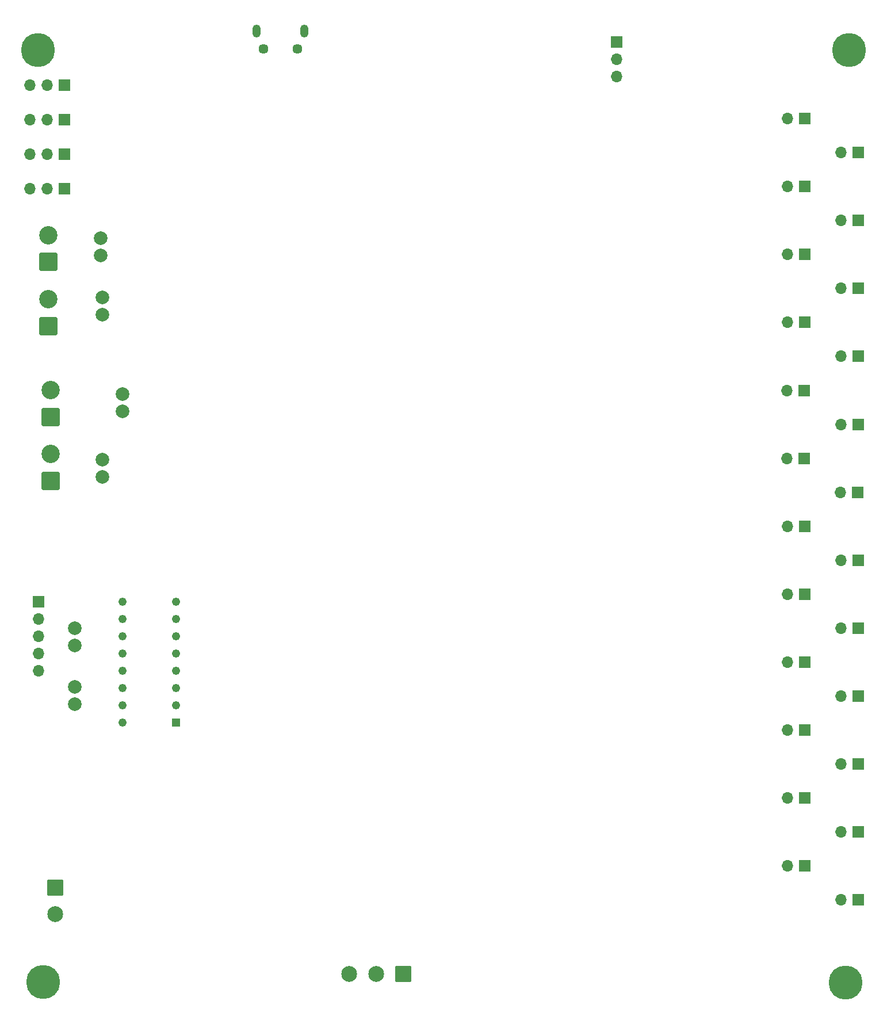
<source format=gbr>
%TF.GenerationSoftware,KiCad,Pcbnew,7.0.10*%
%TF.CreationDate,2024-03-06T16:20:47-05:00*%
%TF.ProjectId,477grp2_pcb,34373767-7270-4325-9f70-63622e6b6963,rev?*%
%TF.SameCoordinates,Original*%
%TF.FileFunction,Soldermask,Bot*%
%TF.FilePolarity,Negative*%
%FSLAX46Y46*%
G04 Gerber Fmt 4.6, Leading zero omitted, Abs format (unit mm)*
G04 Created by KiCad (PCBNEW 7.0.10) date 2024-03-06 16:20:47*
%MOMM*%
%LPD*%
G01*
G04 APERTURE LIST*
G04 Aperture macros list*
%AMRoundRect*
0 Rectangle with rounded corners*
0 $1 Rounding radius*
0 $2 $3 $4 $5 $6 $7 $8 $9 X,Y pos of 4 corners*
0 Add a 4 corners polygon primitive as box body*
4,1,4,$2,$3,$4,$5,$6,$7,$8,$9,$2,$3,0*
0 Add four circle primitives for the rounded corners*
1,1,$1+$1,$2,$3*
1,1,$1+$1,$4,$5*
1,1,$1+$1,$6,$7*
1,1,$1+$1,$8,$9*
0 Add four rect primitives between the rounded corners*
20,1,$1+$1,$2,$3,$4,$5,0*
20,1,$1+$1,$4,$5,$6,$7,0*
20,1,$1+$1,$6,$7,$8,$9,0*
20,1,$1+$1,$8,$9,$2,$3,0*%
G04 Aperture macros list end*
%ADD10O,1.200000X1.900000*%
%ADD11C,1.450000*%
%ADD12C,0.800000*%
%ADD13C,5.000000*%
%ADD14R,1.219200X1.219200*%
%ADD15C,1.219200*%
%ADD16R,1.700000X1.700000*%
%ADD17O,1.700000X1.700000*%
%ADD18C,2.000000*%
%ADD19RoundRect,0.250001X1.099999X-1.099999X1.099999X1.099999X-1.099999X1.099999X-1.099999X-1.099999X0*%
%ADD20C,2.700000*%
%ADD21RoundRect,0.102000X-1.064000X1.064000X-1.064000X-1.064000X1.064000X-1.064000X1.064000X1.064000X0*%
%ADD22C,2.332000*%
%ADD23RoundRect,0.102000X1.064000X1.064000X-1.064000X1.064000X-1.064000X-1.064000X1.064000X-1.064000X0*%
G04 APERTURE END LIST*
D10*
%TO.C,J1*%
X70850000Y-33906190D03*
D11*
X69850000Y-36606190D03*
X64850000Y-36606190D03*
D10*
X63850000Y-33906190D03*
%TD*%
D12*
%TO.C,H4*%
X33569175Y-36774175D03*
X33020000Y-38100000D03*
X33020000Y-35448350D03*
X31694175Y-38649175D03*
D13*
X31694175Y-36774175D03*
D12*
X31694175Y-34899175D03*
X30368350Y-38100000D03*
X30368350Y-35448350D03*
X29819175Y-36774175D03*
%TD*%
D14*
%TO.C,U2*%
X52030197Y-135713480D03*
D15*
X52030197Y-133173480D03*
X52030197Y-130633480D03*
X52030197Y-128093480D03*
X52030197Y-125553480D03*
X52030197Y-123013480D03*
X52030197Y-120473480D03*
X52030197Y-117933480D03*
X44160200Y-117933480D03*
X44160200Y-120473480D03*
X44160200Y-123013480D03*
X44160200Y-125553480D03*
X44160200Y-128093480D03*
X44160200Y-130633480D03*
X44160200Y-133173480D03*
X44160200Y-135713480D03*
%TD*%
D12*
%TO.C,H2*%
X34290000Y-173878341D03*
X33740825Y-175204166D03*
X33740825Y-172552516D03*
X32415000Y-175753341D03*
D13*
X32415000Y-173878341D03*
D12*
X32415000Y-172003341D03*
X31089175Y-175204166D03*
X31089175Y-172552516D03*
X30540000Y-173878341D03*
%TD*%
D16*
%TO.C,D39*%
X152333109Y-101827736D03*
D17*
X149793109Y-101827736D03*
%TD*%
D16*
%TO.C,D37*%
X152400000Y-111821145D03*
D17*
X149860000Y-111821145D03*
%TD*%
D16*
%TO.C,D35*%
X152400000Y-121821145D03*
D17*
X149860000Y-121821145D03*
%TD*%
D18*
%TO.C,D10*%
X37083967Y-121854431D03*
X37083967Y-124394431D03*
%TD*%
D16*
%TO.C,J4*%
X35560000Y-52070000D03*
D17*
X33020000Y-52070000D03*
X30480000Y-52070000D03*
%TD*%
D16*
%TO.C,J6*%
X35545000Y-41910000D03*
D17*
X33005000Y-41910000D03*
X30465000Y-41910000D03*
%TD*%
D16*
%TO.C,D49*%
X152400000Y-131821145D03*
D17*
X149860000Y-131821145D03*
%TD*%
D16*
%TO.C,D29*%
X152400000Y-71821145D03*
D17*
X149860000Y-71821145D03*
%TD*%
D12*
%TO.C,H3*%
X152949175Y-36774175D03*
X152400000Y-38100000D03*
X152400000Y-35448350D03*
X151074175Y-38649175D03*
D13*
X151074175Y-36774175D03*
D12*
X151074175Y-34899175D03*
X149748350Y-38100000D03*
X149748350Y-35448350D03*
X149199175Y-36774175D03*
%TD*%
D19*
%TO.C,M2*%
X33226635Y-67931330D03*
D20*
X33226635Y-63971330D03*
%TD*%
D16*
%TO.C,D42*%
X144424501Y-86821145D03*
D17*
X141884501Y-86821145D03*
%TD*%
D16*
%TO.C,D30*%
X144516193Y-66821145D03*
D17*
X141976193Y-66821145D03*
%TD*%
D16*
%TO.C,J5*%
X35560000Y-57150000D03*
D17*
X33020000Y-57150000D03*
X30480000Y-57150000D03*
%TD*%
D18*
%TO.C,D9*%
X37083967Y-133034611D03*
X37083967Y-130494611D03*
%TD*%
D16*
%TO.C,D43*%
X152400000Y-161821145D03*
D17*
X149860000Y-161821145D03*
%TD*%
D16*
%TO.C,D46*%
X144516193Y-146821145D03*
D17*
X141976193Y-146821145D03*
%TD*%
D16*
%TO.C,D31*%
X152400000Y-61821145D03*
D17*
X149860000Y-61821145D03*
%TD*%
D18*
%TO.C,D5*%
X41148000Y-73152000D03*
X41148000Y-75692000D03*
%TD*%
D16*
%TO.C,D33*%
X152400000Y-51821145D03*
D17*
X149860000Y-51821145D03*
%TD*%
D16*
%TO.C,D41*%
X152400000Y-91821145D03*
D17*
X149860000Y-91821145D03*
%TD*%
D16*
%TO.C,D45*%
X152400000Y-151821145D03*
D17*
X149860000Y-151821145D03*
%TD*%
D21*
%TO.C,J9*%
X34170272Y-159978680D03*
D22*
X34170272Y-163938680D03*
%TD*%
D12*
%TO.C,H1*%
X152400000Y-173990000D03*
X151850825Y-175315825D03*
X151850825Y-172664175D03*
X150525000Y-175865000D03*
D13*
X150525000Y-173990000D03*
D12*
X150525000Y-172115000D03*
X149199175Y-175315825D03*
X149199175Y-172664175D03*
X148650000Y-173990000D03*
%TD*%
D16*
%TO.C,D38*%
X144502713Y-106821145D03*
D17*
X141962713Y-106821145D03*
%TD*%
D16*
%TO.C,D48*%
X144516193Y-136821145D03*
D17*
X141976193Y-136821145D03*
%TD*%
D19*
%TO.C,M12*%
X33494750Y-90718578D03*
D20*
X33494750Y-86758578D03*
%TD*%
D16*
%TO.C,D34*%
X144498120Y-46821145D03*
D17*
X141958120Y-46821145D03*
%TD*%
D18*
%TO.C,D8*%
X44151554Y-87382399D03*
X44151554Y-89922399D03*
%TD*%
D16*
%TO.C,D28*%
X144516193Y-76821145D03*
D17*
X141976193Y-76821145D03*
%TD*%
D23*
%TO.C,J10*%
X85400295Y-172683852D03*
D22*
X81440295Y-172683852D03*
X77480295Y-172683852D03*
%TD*%
D16*
%TO.C,J7*%
X35560000Y-46990000D03*
D17*
X33020000Y-46990000D03*
X30480000Y-46990000D03*
%TD*%
D18*
%TO.C,D7*%
X41148000Y-97028000D03*
X41148000Y-99568000D03*
%TD*%
D16*
%TO.C,D44*%
X144516193Y-156821145D03*
D17*
X141976193Y-156821145D03*
%TD*%
D19*
%TO.C,M1*%
X33572928Y-100152078D03*
D20*
X33572928Y-96192078D03*
%TD*%
D19*
%TO.C,M3*%
X33217507Y-77353258D03*
D20*
X33217507Y-73393258D03*
%TD*%
D16*
%TO.C,D36*%
X144502713Y-116821145D03*
D17*
X141962713Y-116821145D03*
%TD*%
D16*
%TO.C,D27*%
X152400000Y-81821145D03*
D17*
X149860000Y-81821145D03*
%TD*%
D16*
%TO.C,D47*%
X152400000Y-141821145D03*
D17*
X149860000Y-141821145D03*
%TD*%
D16*
%TO.C,D40*%
X144424501Y-96821145D03*
D17*
X141884501Y-96821145D03*
%TD*%
D16*
%TO.C,D32*%
X144516193Y-56821145D03*
D17*
X141976193Y-56821145D03*
%TD*%
D18*
%TO.C,D6*%
X40876889Y-64464682D03*
X40876889Y-67004682D03*
%TD*%
D16*
%TO.C,D50*%
X144516193Y-126821145D03*
D17*
X141976193Y-126821145D03*
%TD*%
D16*
%TO.C,J8*%
X31768125Y-117909684D03*
D17*
X31768125Y-120449684D03*
X31768125Y-122989684D03*
X31768125Y-125529684D03*
X31768125Y-128069684D03*
%TD*%
D16*
%TO.C,J3*%
X116840000Y-35560000D03*
D17*
X116840000Y-38100000D03*
X116840000Y-40640000D03*
%TD*%
M02*

</source>
